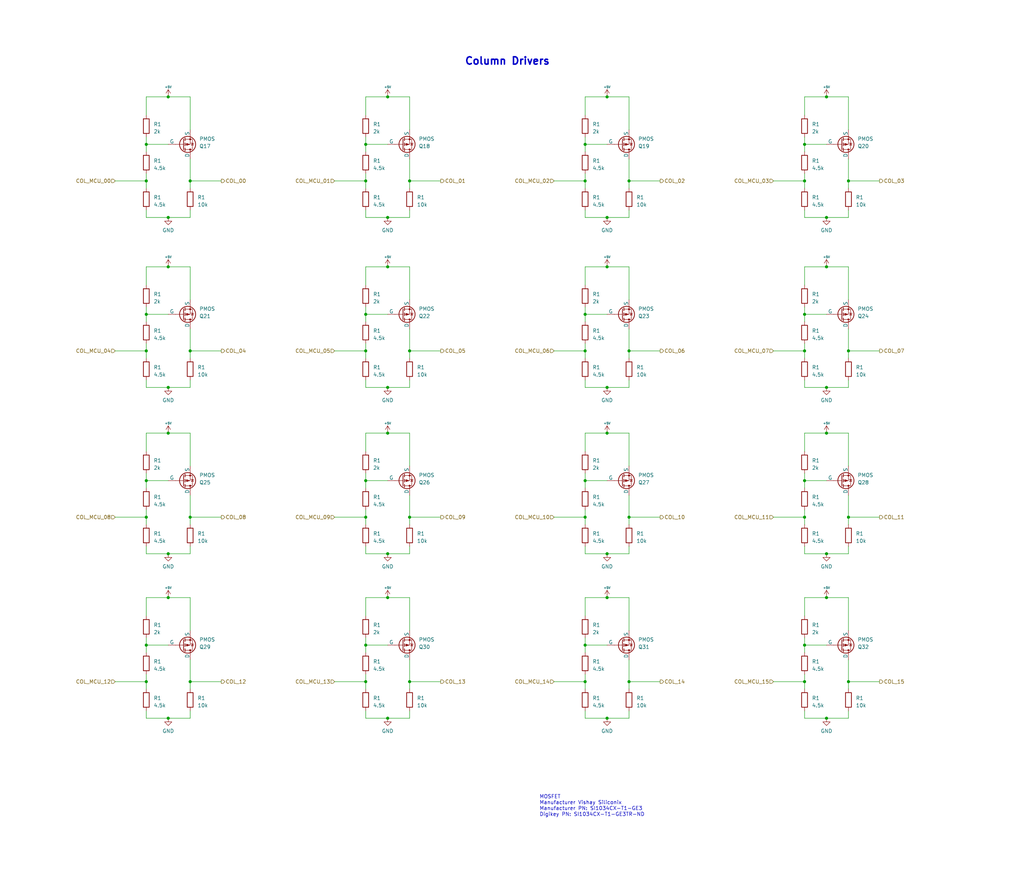
<source format=kicad_sch>
(kicad_sch (version 20250114) (generator "eeschema") (generator_version "9.0")
  (paper "User" 355.6 304.8)
  (text "MOSFET\nManufacturer Vishay Siliconix\nManufacturer PN: SI1034CX-T1-GE3\nDigikey PN: SI1034CX-T1-GE3TR-ND\n" (at 187.325 283.845 0) (effects (font (size 1.27 1.27)) (justify left bottom)))
  (text "Column Drivers" (at 161.29 22.86 0) (effects (font (size 2.54 2.54) (thickness 0.508) (bold yes)) (justify left bottom)))
  (junction (at 203.2 50.165))
  (junction (at 134.62 207.645))
  (junction (at 127 62.865))
  (junction (at 203.2 179.705))
  (junction (at 203.2 224.155))
  (junction (at 287.02 75.565))
  (junction (at 50.8 224.155))
  (junction (at 203.2 236.855))
  (junction (at 279.4 121.92))
  (junction (at 210.82 75.565))
  (junction (at 279.4 109.22))
  (junction (at 58.42 150.495))
  (junction (at 66.04 121.92))
  (junction (at 287.02 134.62))
  (junction (at 279.4 236.855))
  (junction (at 218.44 121.92))
  (junction (at 134.62 134.62))
  (junction (at 294.64 236.855))
  (junction (at 287.02 150.495))
  (junction (at 142.24 236.855))
  (junction (at 203.2 167.005))
  (junction (at 279.4 167.005))
  (junction (at 210.82 192.405))
  (junction (at 58.42 207.645))
  (junction (at 66.04 236.855))
  (junction (at 287.02 192.405))
  (junction (at 50.8 121.92))
  (junction (at 218.44 236.855))
  (junction (at 127 50.165))
  (junction (at 294.64 62.865))
  (junction (at 50.8 236.855))
  (junction (at 142.24 121.92))
  (junction (at 279.4 62.865))
  (junction (at 142.24 179.705))
  (junction (at 134.62 33.655))
  (junction (at 287.02 33.655))
  (junction (at 58.42 92.71))
  (junction (at 127 224.155))
  (junction (at 210.82 92.71))
  (junction (at 58.42 192.405))
  (junction (at 279.4 179.705))
  (junction (at 210.82 207.645))
  (junction (at 134.62 192.405))
  (junction (at 287.02 92.71))
  (junction (at 210.82 33.655))
  (junction (at 127 167.005))
  (junction (at 58.42 33.655))
  (junction (at 50.8 167.005))
  (junction (at 127 179.705))
  (junction (at 294.64 121.92))
  (junction (at 58.42 134.62))
  (junction (at 287.02 249.555))
  (junction (at 210.82 150.495))
  (junction (at 50.8 109.22))
  (junction (at 50.8 179.705))
  (junction (at 58.42 249.555))
  (junction (at 134.62 249.555))
  (junction (at 134.62 75.565))
  (junction (at 210.82 249.555))
  (junction (at 203.2 109.22))
  (junction (at 279.4 224.155))
  (junction (at 66.04 62.865))
  (junction (at 50.8 50.165))
  (junction (at 218.44 62.865))
  (junction (at 134.62 92.71))
  (junction (at 210.82 134.62))
  (junction (at 203.2 121.92))
  (junction (at 203.2 62.865))
  (junction (at 287.02 207.645))
  (junction (at 294.64 179.705))
  (junction (at 66.04 179.705))
  (junction (at 50.8 62.865))
  (junction (at 218.44 179.705))
  (junction (at 134.62 150.495))
  (junction (at 127 121.92))
  (junction (at 127 236.855))
  (junction (at 279.4 50.165))
  (junction (at 142.24 62.865))
  (junction (at 127 109.22))
  (junction (at 58.42 75.565))
  (wire (pts (xy 50.8 150.495) (xy 58.42 150.495)))
  (wire (pts (xy 218.44 192.405) (xy 218.44 189.865)))
  (wire (pts (xy 50.8 50.165) (xy 58.42 50.165)))
  (wire (pts (xy 66.04 179.705) (xy 76.835 179.705)))
  (wire (pts (xy 203.2 236.855) (xy 203.2 239.395)))
  (wire (pts (xy 142.24 121.92) (xy 153.035 121.92)))
  (wire (pts (xy 116.205 236.855) (xy 127 236.855)))
  (wire (pts (xy 50.8 134.62) (xy 58.42 134.62)))
  (wire (pts (xy 203.2 119.38) (xy 203.2 121.92)))
  (wire (pts (xy 218.44 121.92) (xy 229.235 121.92)))
  (wire (pts (xy 142.24 62.865) (xy 153.035 62.865)))
  (wire (pts (xy 203.2 189.865) (xy 203.2 192.405)))
  (wire (pts (xy 50.8 106.68) (xy 50.8 109.22)))
  (wire (pts (xy 294.64 121.92) (xy 294.64 124.46)))
  (wire (pts (xy 294.64 92.71) (xy 294.64 104.14)))
  (wire (pts (xy 279.4 207.645) (xy 287.02 207.645)))
  (wire (pts (xy 127 207.645) (xy 134.62 207.645)))
  (wire (pts (xy 268.605 179.705) (xy 279.4 179.705)))
  (wire (pts (xy 127 224.155) (xy 127 226.695)))
  (wire (pts (xy 50.8 247.015) (xy 50.8 249.555)))
  (wire (pts (xy 50.8 249.555) (xy 58.42 249.555)))
  (wire (pts (xy 218.44 179.705) (xy 218.44 182.245)))
  (wire (pts (xy 294.64 75.565) (xy 294.64 73.025)))
  (wire (pts (xy 134.62 33.655) (xy 142.24 33.655)))
  (wire (pts (xy 127 60.325) (xy 127 62.865)))
  (wire (pts (xy 218.44 172.085) (xy 218.44 179.705)))
  (wire (pts (xy 127 192.405) (xy 134.62 192.405)))
  (wire (pts (xy 127 167.005) (xy 127 169.545)))
  (wire (pts (xy 287.02 249.555) (xy 294.64 249.555)))
  (wire (pts (xy 50.8 99.06) (xy 50.8 92.71)))
  (wire (pts (xy 50.8 221.615) (xy 50.8 224.155)))
  (wire (pts (xy 279.4 62.865) (xy 279.4 65.405)))
  (wire (pts (xy 142.24 62.865) (xy 142.24 65.405)))
  (wire (pts (xy 279.4 189.865) (xy 279.4 192.405)))
  (wire (pts (xy 268.605 236.855) (xy 279.4 236.855)))
  (wire (pts (xy 218.44 150.495) (xy 218.44 161.925)))
  (wire (pts (xy 66.04 229.235) (xy 66.04 236.855)))
  (wire (pts (xy 50.8 207.645) (xy 58.42 207.645)))
  (wire (pts (xy 294.64 236.855) (xy 305.435 236.855)))
  (wire (pts (xy 203.2 75.565) (xy 210.82 75.565)))
  (wire (pts (xy 203.2 106.68) (xy 203.2 109.22)))
  (wire (pts (xy 66.04 33.655) (xy 66.04 45.085)))
  (wire (pts (xy 203.2 73.025) (xy 203.2 75.565)))
  (wire (pts (xy 50.8 75.565) (xy 58.42 75.565)))
  (wire (pts (xy 66.04 207.645) (xy 66.04 219.075)))
  (wire (pts (xy 50.8 213.995) (xy 50.8 207.645)))
  (wire (pts (xy 127 177.165) (xy 127 179.705)))
  (wire (pts (xy 279.4 121.92) (xy 279.4 124.46)))
  (wire (pts (xy 66.04 236.855) (xy 76.835 236.855)))
  (wire (pts (xy 279.4 150.495) (xy 287.02 150.495)))
  (wire (pts (xy 210.82 33.655) (xy 218.44 33.655)))
  (wire (pts (xy 66.04 236.855) (xy 66.04 239.395)))
  (wire (pts (xy 58.42 249.555) (xy 66.04 249.555)))
  (wire (pts (xy 192.405 121.92) (xy 203.2 121.92)))
  (wire (pts (xy 58.42 150.495) (xy 66.04 150.495)))
  (wire (pts (xy 127 50.165) (xy 134.62 50.165)))
  (wire (pts (xy 50.8 179.705) (xy 50.8 182.245)))
  (wire (pts (xy 66.04 92.71) (xy 66.04 104.14)))
  (wire (pts (xy 268.605 121.92) (xy 279.4 121.92)))
  (wire (pts (xy 279.4 177.165) (xy 279.4 179.705)))
  (wire (pts (xy 218.44 55.245) (xy 218.44 62.865)))
  (wire (pts (xy 218.44 114.3) (xy 218.44 121.92)))
  (wire (pts (xy 279.4 109.22) (xy 287.02 109.22)))
  (wire (pts (xy 142.24 179.705) (xy 142.24 182.245)))
  (wire (pts (xy 218.44 92.71) (xy 218.44 104.14)))
  (wire (pts (xy 294.64 114.3) (xy 294.64 121.92)))
  (wire (pts (xy 142.24 236.855) (xy 153.035 236.855)))
  (wire (pts (xy 203.2 207.645) (xy 210.82 207.645)))
  (wire (pts (xy 50.8 119.38) (xy 50.8 121.92)))
  (wire (pts (xy 287.02 33.655) (xy 294.64 33.655)))
  (wire (pts (xy 58.42 134.62) (xy 66.04 134.62)))
  (wire (pts (xy 294.64 179.705) (xy 305.435 179.705)))
  (wire (pts (xy 134.62 150.495) (xy 142.24 150.495)))
  (wire (pts (xy 210.82 249.555) (xy 218.44 249.555)))
  (wire (pts (xy 40.005 179.705) (xy 50.8 179.705)))
  (wire (pts (xy 50.8 50.165) (xy 50.8 52.705)))
  (wire (pts (xy 142.24 121.92) (xy 142.24 124.46)))
  (wire (pts (xy 58.42 192.405) (xy 66.04 192.405)))
  (wire (pts (xy 50.8 156.845) (xy 50.8 150.495)))
  (wire (pts (xy 218.44 62.865) (xy 229.235 62.865)))
  (wire (pts (xy 142.24 134.62) (xy 142.24 132.08)))
  (wire (pts (xy 127 75.565) (xy 134.62 75.565)))
  (wire (pts (xy 50.8 189.865) (xy 50.8 192.405)))
  (wire (pts (xy 279.4 60.325) (xy 279.4 62.865)))
  (wire (pts (xy 279.4 213.995) (xy 279.4 207.645)))
  (wire (pts (xy 66.04 172.085) (xy 66.04 179.705)))
  (wire (pts (xy 58.42 92.71) (xy 66.04 92.71)))
  (wire (pts (xy 279.4 236.855) (xy 279.4 239.395)))
  (wire (pts (xy 50.8 224.155) (xy 58.42 224.155)))
  (wire (pts (xy 142.24 179.705) (xy 153.035 179.705)))
  (wire (pts (xy 50.8 73.025) (xy 50.8 75.565)))
  (wire (pts (xy 279.4 132.08) (xy 279.4 134.62)))
  (wire (pts (xy 203.2 167.005) (xy 203.2 169.545)))
  (wire (pts (xy 203.2 221.615) (xy 203.2 224.155)))
  (wire (pts (xy 294.64 62.865) (xy 294.64 65.405)))
  (wire (pts (xy 203.2 60.325) (xy 203.2 62.865)))
  (wire (pts (xy 268.605 62.865) (xy 279.4 62.865)))
  (wire (pts (xy 127 224.155) (xy 134.62 224.155)))
  (wire (pts (xy 58.42 207.645) (xy 66.04 207.645)))
  (wire (pts (xy 127 167.005) (xy 134.62 167.005)))
  (wire (pts (xy 127 247.015) (xy 127 249.555)))
  (wire (pts (xy 127 164.465) (xy 127 167.005)))
  (wire (pts (xy 50.8 177.165) (xy 50.8 179.705)))
  (wire (pts (xy 279.4 40.005) (xy 279.4 33.655)))
  (wire (pts (xy 203.2 177.165) (xy 203.2 179.705)))
  (wire (pts (xy 40.005 62.865) (xy 50.8 62.865)))
  (wire (pts (xy 127 119.38) (xy 127 121.92)))
  (wire (pts (xy 127 134.62) (xy 134.62 134.62)))
  (wire (pts (xy 210.82 134.62) (xy 218.44 134.62)))
  (wire (pts (xy 279.4 224.155) (xy 279.4 226.695)))
  (wire (pts (xy 203.2 224.155) (xy 203.2 226.695)))
  (wire (pts (xy 203.2 92.71) (xy 210.82 92.71)))
  (wire (pts (xy 203.2 50.165) (xy 203.2 52.705)))
  (wire (pts (xy 279.4 224.155) (xy 287.02 224.155)))
  (wire (pts (xy 66.04 134.62) (xy 66.04 132.08)))
  (wire (pts (xy 142.24 229.235) (xy 142.24 236.855)))
  (wire (pts (xy 66.04 192.405) (xy 66.04 189.865)))
  (wire (pts (xy 294.64 121.92) (xy 305.435 121.92)))
  (wire (pts (xy 294.64 55.245) (xy 294.64 62.865)))
  (wire (pts (xy 50.8 167.005) (xy 50.8 169.545)))
  (wire (pts (xy 287.02 92.71) (xy 294.64 92.71)))
  (wire (pts (xy 66.04 150.495) (xy 66.04 161.925)))
  (wire (pts (xy 58.42 75.565) (xy 66.04 75.565)))
  (wire (pts (xy 218.44 236.855) (xy 218.44 239.395)))
  (wire (pts (xy 127 189.865) (xy 127 192.405)))
  (wire (pts (xy 50.8 236.855) (xy 50.8 239.395)))
  (wire (pts (xy 58.42 33.655) (xy 66.04 33.655)))
  (wire (pts (xy 218.44 179.705) (xy 229.235 179.705)))
  (wire (pts (xy 203.2 179.705) (xy 203.2 182.245)))
  (wire (pts (xy 50.8 40.005) (xy 50.8 33.655)))
  (wire (pts (xy 294.64 172.085) (xy 294.64 179.705)))
  (wire (pts (xy 50.8 33.655) (xy 58.42 33.655)))
  (wire (pts (xy 203.2 247.015) (xy 203.2 249.555)))
  (wire (pts (xy 203.2 121.92) (xy 203.2 124.46)))
  (wire (pts (xy 294.64 207.645) (xy 294.64 219.075)))
  (wire (pts (xy 127 150.495) (xy 134.62 150.495)))
  (wire (pts (xy 203.2 249.555) (xy 210.82 249.555)))
  (wire (pts (xy 50.8 47.625) (xy 50.8 50.165)))
  (wire (pts (xy 127 40.005) (xy 127 33.655)))
  (wire (pts (xy 279.4 249.555) (xy 287.02 249.555)))
  (wire (pts (xy 210.82 150.495) (xy 218.44 150.495)))
  (wire (pts (xy 66.04 75.565) (xy 66.04 73.025)))
  (wire (pts (xy 127 73.025) (xy 127 75.565)))
  (wire (pts (xy 279.4 47.625) (xy 279.4 50.165)))
  (wire (pts (xy 287.02 192.405) (xy 294.64 192.405)))
  (wire (pts (xy 134.62 134.62) (xy 142.24 134.62)))
  (wire (pts (xy 203.2 167.005) (xy 210.82 167.005)))
  (wire (pts (xy 134.62 249.555) (xy 142.24 249.555)))
  (wire (pts (xy 279.4 156.845) (xy 279.4 150.495)))
  (wire (pts (xy 203.2 47.625) (xy 203.2 50.165)))
  (wire (pts (xy 127 33.655) (xy 134.62 33.655)))
  (wire (pts (xy 203.2 213.995) (xy 203.2 207.645)))
  (wire (pts (xy 142.24 249.555) (xy 142.24 247.015)))
  (wire (pts (xy 127 92.71) (xy 134.62 92.71)))
  (wire (pts (xy 127 47.625) (xy 127 50.165)))
  (wire (pts (xy 218.44 236.855) (xy 229.235 236.855)))
  (wire (pts (xy 287.02 150.495) (xy 294.64 150.495)))
  (wire (pts (xy 218.44 249.555) (xy 218.44 247.015)))
  (wire (pts (xy 287.02 207.645) (xy 294.64 207.645)))
  (wire (pts (xy 127 50.165) (xy 127 52.705)))
  (wire (pts (xy 279.4 247.015) (xy 279.4 249.555)))
  (wire (pts (xy 203.2 134.62) (xy 210.82 134.62)))
  (wire (pts (xy 210.82 75.565) (xy 218.44 75.565)))
  (wire (pts (xy 66.04 121.92) (xy 76.835 121.92)))
  (wire (pts (xy 294.64 229.235) (xy 294.64 236.855)))
  (wire (pts (xy 203.2 62.865) (xy 203.2 65.405)))
  (wire (pts (xy 279.4 234.315) (xy 279.4 236.855)))
  (wire (pts (xy 210.82 92.71) (xy 218.44 92.71)))
  (wire (pts (xy 203.2 164.465) (xy 203.2 167.005)))
  (wire (pts (xy 50.8 167.005) (xy 58.42 167.005)))
  (wire (pts (xy 40.005 121.92) (xy 50.8 121.92)))
  (wire (pts (xy 279.4 75.565) (xy 287.02 75.565)))
  (wire (pts (xy 279.4 50.165) (xy 287.02 50.165)))
  (wire (pts (xy 279.4 134.62) (xy 287.02 134.62)))
  (wire (pts (xy 116.205 62.865) (xy 127 62.865)))
  (wire (pts (xy 294.64 150.495) (xy 294.64 161.925)))
  (wire (pts (xy 218.44 134.62) (xy 218.44 132.08)))
  (wire (pts (xy 142.24 92.71) (xy 142.24 104.14)))
  (wire (pts (xy 192.405 179.705) (xy 203.2 179.705)))
  (wire (pts (xy 142.24 114.3) (xy 142.24 121.92)))
  (wire (pts (xy 66.04 249.555) (xy 66.04 247.015)))
  (wire (pts (xy 134.62 75.565) (xy 142.24 75.565)))
  (wire (pts (xy 279.4 50.165) (xy 279.4 52.705)))
  (wire (pts (xy 116.205 121.92) (xy 127 121.92)))
  (wire (pts (xy 127 62.865) (xy 127 65.405)))
  (wire (pts (xy 127 99.06) (xy 127 92.71)))
  (wire (pts (xy 142.24 207.645) (xy 142.24 219.075)))
  (wire (pts (xy 203.2 109.22) (xy 210.82 109.22)))
  (wire (pts (xy 203.2 156.845) (xy 203.2 150.495)))
  (wire (pts (xy 203.2 40.005) (xy 203.2 33.655)))
  (wire (pts (xy 50.8 132.08) (xy 50.8 134.62)))
  (wire (pts (xy 127 179.705) (xy 127 182.245)))
  (wire (pts (xy 294.64 179.705) (xy 294.64 182.245)))
  (wire (pts (xy 279.4 179.705) (xy 279.4 182.245)))
  (wire (pts (xy 203.2 224.155) (xy 210.82 224.155)))
  (wire (pts (xy 142.24 33.655) (xy 142.24 45.085)))
  (wire (pts (xy 279.4 99.06) (xy 279.4 92.71)))
  (wire (pts (xy 279.4 164.465) (xy 279.4 167.005)))
  (wire (pts (xy 279.4 73.025) (xy 279.4 75.565)))
  (wire (pts (xy 134.62 207.645) (xy 142.24 207.645)))
  (wire (pts (xy 127 221.615) (xy 127 224.155)))
  (wire (pts (xy 279.4 109.22) (xy 279.4 111.76)))
  (wire (pts (xy 279.4 92.71) (xy 287.02 92.71)))
  (wire (pts (xy 279.4 221.615) (xy 279.4 224.155)))
  (wire (pts (xy 294.64 192.405) (xy 294.64 189.865)))
  (wire (pts (xy 203.2 234.315) (xy 203.2 236.855)))
  (wire (pts (xy 203.2 109.22) (xy 203.2 111.76)))
  (wire (pts (xy 50.8 92.71) (xy 58.42 92.71)))
  (wire (pts (xy 127 236.855) (xy 127 239.395)))
  (wire (pts (xy 287.02 134.62) (xy 294.64 134.62)))
  (wire (pts (xy 134.62 92.71) (xy 142.24 92.71)))
  (wire (pts (xy 50.8 109.22) (xy 58.42 109.22)))
  (wire (pts (xy 127 234.315) (xy 127 236.855)))
  (wire (pts (xy 127 109.22) (xy 127 111.76)))
  (wire (pts (xy 294.64 249.555) (xy 294.64 247.015)))
  (wire (pts (xy 66.04 62.865) (xy 66.04 65.405)))
  (wire (pts (xy 279.4 106.68) (xy 279.4 109.22)))
  (wire (pts (xy 287.02 75.565) (xy 294.64 75.565)))
  (wire (pts (xy 279.4 167.005) (xy 279.4 169.545)))
  (wire (pts (xy 203.2 99.06) (xy 203.2 92.71)))
  (wire (pts (xy 192.405 236.855) (xy 203.2 236.855)))
  (wire (pts (xy 294.64 62.865) (xy 305.435 62.865)))
  (wire (pts (xy 50.8 60.325) (xy 50.8 62.865)))
  (wire (pts (xy 50.8 121.92) (xy 50.8 124.46)))
  (wire (pts (xy 66.04 179.705) (xy 66.04 182.245)))
  (wire (pts (xy 134.62 192.405) (xy 142.24 192.405)))
  (wire (pts (xy 142.24 192.405) (xy 142.24 189.865)))
  (wire (pts (xy 218.44 207.645) (xy 218.44 219.075)))
  (wire (pts (xy 66.04 55.245) (xy 66.04 62.865)))
  (wire (pts (xy 127 132.08) (xy 127 134.62)))
  (wire (pts (xy 294.64 134.62) (xy 294.64 132.08)))
  (wire (pts (xy 142.24 172.085) (xy 142.24 179.705)))
  (wire (pts (xy 192.405 62.865) (xy 203.2 62.865)))
  (wire (pts (xy 50.8 192.405) (xy 58.42 192.405)))
  (wire (pts (xy 127 249.555) (xy 134.62 249.555)))
  (wire (pts (xy 50.8 109.22) (xy 50.8 111.76)))
  (wire (pts (xy 279.4 33.655) (xy 287.02 33.655)))
  (wire (pts (xy 294.64 236.855) (xy 294.64 239.395)))
  (wire (pts (xy 142.24 236.855) (xy 142.24 239.395)))
  (wire (pts (xy 203.2 192.405) (xy 210.82 192.405)))
  (wire (pts (xy 218.44 121.92) (xy 218.44 124.46)))
  (wire (pts (xy 218.44 62.865) (xy 218.44 65.405)))
  (wire (pts (xy 142.24 150.495) (xy 142.24 161.925)))
  (wire (pts (xy 40.005 236.855) (xy 50.8 236.855)))
  (wire (pts (xy 210.82 207.645) (xy 218.44 207.645)))
  (wire (pts (xy 203.2 33.655) (xy 210.82 33.655)))
  (wire (pts (xy 50.8 234.315) (xy 50.8 236.855)))
  (wire (pts (xy 294.64 33.655) (xy 294.64 45.085)))
  (wire (pts (xy 142.24 75.565) (xy 142.24 73.025)))
  (wire (pts (xy 279.4 167.005) (xy 287.02 167.005)))
  (wire (pts (xy 127 121.92) (xy 127 124.46)))
  (wire (pts (xy 50.8 224.155) (xy 50.8 226.695)))
  (wire (pts (xy 210.82 192.405) (xy 218.44 192.405)))
  (wire (pts (xy 66.04 114.3) (xy 66.04 121.92)))
  (wire (pts (xy 127 109.22) (xy 134.62 109.22)))
  (wire (pts (xy 218.44 33.655) (xy 218.44 45.085)))
  (wire (pts (xy 279.4 119.38) (xy 279.4 121.92)))
  (wire (pts (xy 116.205 179.705) (xy 127 179.705)))
  (wire (pts (xy 50.8 62.865) (xy 50.8 65.405)))
  (wire (pts (xy 279.4 192.405) (xy 287.02 192.405)))
  (wire (pts (xy 142.24 55.245) (xy 142.24 62.865)))
  (wire (pts (xy 127 213.995) (xy 127 207.645)))
  (wire (pts (xy 203.2 132.08) (xy 203.2 134.62)))
  (wire (pts (xy 66.04 62.865) (xy 76.835 62.865)))
  (wire (pts (xy 218.44 229.235) (xy 218.44 236.855)))
  (wire (pts (xy 50.8 164.465) (xy 50.8 167.005)))
  (wire (pts (xy 127 106.68) (xy 127 109.22)))
  (wire (pts (xy 218.44 75.565) (xy 218.44 73.025)))
  (wire (pts (xy 203.2 50.165) (xy 210.82 50.165)))
  (wire (pts (xy 66.04 121.92) (xy 66.04 124.46)))
  (wire (pts (xy 127 156.845) (xy 127 150.495)))
  (wire (pts (xy 203.2 150.495) (xy 210.82 150.495)))
  (hierarchical_label "COL_15" (shape output) (at 305.435 236.855 0))
  (hierarchical_label "COL_MCU_12" (shape input) (at 40.005 236.855 180))
  (hierarchical_label "COL_MCU_15" (shape input) (at 268.605 236.855 180))
  (hierarchical_label "COL_12" (shape output) (at 76.835 236.855 0))
  (hierarchical_label "COL_02" (shape output) (at 229.235 62.865 0))
  (hierarchical_label "COL_MCU_00" (shape input) (at 40.005 62.865 180))
  (hierarchical_label "COL_04" (shape output) (at 76.835 121.92 0))
  (hierarchical_label "COL_03" (shape output) (at 305.435 62.865 0))
  (hierarchical_label "COL_MCU_13" (shape input) (at 116.205 236.855 180))
  (hierarchical_label "COL_06" (shape output) (at 229.235 121.92 0))
  (hierarchical_label "COL_09" (shape output) (at 153.035 179.705 0))
  (hierarchical_label "COL_07" (shape output) (at 305.435 121.92 0))
  (hierarchical_label "COL_MCU_03" (shape input) (at 268.605 62.865 180))
  (hierarchical_label "COL_MCU_10" (shape input) (at 192.405 179.705 180))
  (hierarchical_label "COL_MCU_11" (shape input) (at 268.605 179.705 180))
  (hierarchical_label "COL_MCU_05" (shape input) (at 116.205 121.92 180))
  (hierarchical_label "COL_MCU_04" (shape input) (at 40.005 121.92 180))
  (hierarchical_label "COL_14" (shape output) (at 229.235 236.855 0))
  (hierarchical_label "COL_00" (shape output) (at 76.835 62.865 0))
  (hierarchical_label "COL_MCU_06" (shape input) (at 192.405 121.92 180))
  (hierarchical_label "COL_MCU_09" (shape input) (at 116.205 179.705 180))
  (hierarchical_label "COL_MCU_01" (shape input) (at 116.205 62.865 180))
  (hierarchical_label "COL_01" (shape output) (at 153.035 62.865 0))
  (hierarchical_label "COL_MCU_14" (shape input) (at 192.405 236.855 180))
  (hierarchical_label "COL_13" (shape output) (at 153.035 236.855 0))
  (hierarchical_label "COL_MCU_08" (shape input) (at 40.005 179.705 180))
  (hierarchical_label "COL_08" (shape output) (at 76.835 179.705 0))
  (hierarchical_label "COL_MCU_07" (shape input) (at 268.605 121.92 180))
  (hierarchical_label "COL_10" (shape output) (at 229.235 179.705 0))
  (hierarchical_label "COL_05" (shape output) (at 153.035 121.92 0))
  (hierarchical_label "COL_11" (shape output) (at 305.435 179.705 0))
  (hierarchical_label "COL_MCU_02" (shape input) (at 192.405 62.865 180))
  (symbol (lib_id "Device:R") (at 203.2 56.515 0) (unit 1)
    (property "Reference" "R7" (at 205.74 55.88 0) (effects (justify left)))
    (property "Value" "4.5k" (at 205.74 58.42 0) (effects (justify left)))
    (property "Footprint" "panel_custom:R_0201_0603Metric" (effects (hide yes)))
    (instances (project "panel" (path "" (reference "R1") (unit 1)) (path "" (reference "R7") (unit 1))))
  )
  (symbol (lib_id "Device:R") (at 142.24 186.055 0) (unit 1)
    (property "Reference" "R81" (at 144.78 185.42 0) (effects (justify left)))
    (property "Value" "10k" (at 144.78 187.96 0) (effects (justify left)))
    (property "Footprint" "panel_custom:R_0201_0603Metric" (effects (hide yes)))
    (instances (project "panel" (path "" (reference "R1") (unit 1)) (path "" (reference "R81") (unit 1))))
  )
  (symbol (lib_id "power:GND") (at 134.62 134.62 0) (unit 1)
    (property "Reference" "#PWR096" (effects (hide yes)))
    (property "Value" "GND" (at 134.62 139.065 0))
  )
  (symbol (lib_id "Device:R") (at 50.8 115.57 0) (unit 1)
    (property "Reference" "R21" (at 53.34 114.935 0) (effects (justify left)))
    (property "Value" "4.5k" (at 53.34 117.475 0) (effects (justify left)))
    (property "Footprint" "panel_custom:R_0201_0603Metric" (effects (hide yes)))
    (instances (project "panel" (path "" (reference "R1") (unit 1)) (path "" (reference "R21") (unit 1))))
  )
  (symbol (lib_id "Device:R") (at 127 160.655 0) (unit 1)
    (property "Reference" "R71" (at 129.54 160.02 0) (effects (justify left)))
    (property "Value" "2k" (at 129.54 162.56 0) (effects (justify left)))
    (property "Footprint" "panel_custom:R_0201_0603Metric" (effects (hide yes)))
    (instances (project "panel" (path "" (reference "R1") (unit 1)) (path "" (reference "R71") (unit 1))))
  )
  (symbol (lib_id "Simulation_SPICE:PMOS") (at 139.7 109.22 0) (mirror x) (unit 1)
    (property "Reference" "Q22" (at 145.415 109.855 0) (effects (justify left)))
    (property "Value" "PMOS" (at 145.415 107.315 0) (effects (justify left)))
    (property "Datasheet" "https://ngspice.sourceforge.io/docs/ngspice-manual.pdf" (effects (hide yes)))
    (property "Sim.Device" "PMOS" (effects (hide yes)))
    (property "Sim.Type" "VDMOS" (effects (hide yes)))
    (property "Sim.Pins" "1=D 2=G 3=S" (effects (hide yes)))
  )
  (symbol (lib_id "power:+5V") (at 58.42 207.645 0) (unit 1)
    (property "Reference" "#PWR013" (effects (hide yes)))
    (property "Value" "+5V" (at 58.42 204.216 0) (effects (font (size 0.762 0.762))))
    (instances (project "panel" (path "" (reference "#PWR01") (unit 1)) (path "" (reference "#PWR013") (unit 1))))
  )
  (symbol (lib_id "Device:R") (at 294.64 128.27 0) (unit 1)
    (property "Reference" "R32" (at 297.18 127.635 0) (effects (justify left)))
    (property "Value" "10k" (at 297.18 130.175 0) (effects (justify left)))
    (property "Footprint" "panel_custom:R_0201_0603Metric" (effects (hide yes)))
    (instances (project "panel" (path "" (reference "R1") (unit 1)) (path "" (reference "R32") (unit 1))))
  )
  (symbol (lib_id "Device:R") (at 142.24 69.215 0) (unit 1)
    (property "Reference" "R12" (at 144.78 68.58 0) (effects (justify left)))
    (property "Value" "10k" (at 144.78 71.12 0) (effects (justify left)))
    (property "Footprint" "panel_custom:R_0201_0603Metric" (effects (hide yes)))
    (instances (project "panel" (path "" (reference "R1") (unit 1)) (path "" (reference "R12") (unit 1))))
  )
  (symbol (lib_id "Device:R") (at 50.8 217.805 0) (unit 1)
    (property "Reference" "R86" (at 53.34 217.17 0) (effects (justify left)))
    (property "Value" "2k" (at 53.34 219.71 0) (effects (justify left)))
    (property "Footprint" "panel_custom:R_0201_0603Metric" (effects (hide yes)))
    (instances (project "panel" (path "" (reference "R1") (unit 1)) (path "" (reference "R86") (unit 1))))
  )
  (symbol (lib_id "Simulation_SPICE:PMOS") (at 63.5 224.155 0) (mirror x) (unit 1)
    (property "Reference" "Q29" (at 69.215 224.79 0) (effects (justify left)))
    (property "Value" "PMOS" (at 69.215 222.25 0) (effects (justify left)))
    (property "Datasheet" "https://ngspice.sourceforge.io/docs/ngspice-manual.pdf" (effects (hide yes)))
    (property "Sim.Device" "PMOS" (effects (hide yes)))
    (property "Sim.Type" "VDMOS" (effects (hide yes)))
    (property "Sim.Pins" "1=D 2=G 3=S" (effects (hide yes)))
  )
  (symbol (lib_id "Device:R") (at 279.4 217.805 0) (unit 1)
    (property "Reference" "R89" (at 281.94 217.17 0) (effects (justify left)))
    (property "Value" "2k" (at 281.94 219.71 0) (effects (justify left)))
    (property "Footprint" "panel_custom:R_0201_0603Metric" (effects (hide yes)))
    (instances (project "panel" (path "" (reference "R1") (unit 1)) (path "" (reference "R89") (unit 1))))
  )
  (symbol (lib_id "power:+5V") (at 210.82 33.655 0) (unit 1)
    (property "Reference" "#PWR03" (effects (hide yes)))
    (property "Value" "+5V" (at 210.82 30.226 0) (effects (font (size 0.762 0.762))))
    (instances (project "panel" (path "" (reference "#PWR01") (unit 1)) (path "" (reference "#PWR03") (unit 1))))
  )
  (symbol (lib_id "power:GND") (at 210.82 134.62 0) (unit 1)
    (property "Reference" "#PWR097" (effects (hide yes)))
    (property "Value" "GND" (at 210.82 139.065 0))
  )
  (symbol (lib_id "Device:R") (at 218.44 243.205 0) (unit 1)
    (property "Reference" "R99" (at 220.98 242.57 0) (effects (justify left)))
    (property "Value" "10k" (at 220.98 245.11 0) (effects (justify left)))
    (property "Footprint" "panel_custom:R_0201_0603Metric" (effects (hide yes)))
    (instances (project "panel" (path "" (reference "R1") (unit 1)) (path "" (reference "R99") (unit 1))))
  )
  (symbol (lib_id "power:GND") (at 287.02 192.405 0) (unit 1)
    (property "Reference" "#PWR0102" (effects (hide yes)))
    (property "Value" "GND" (at 287.02 196.85 0))
  )
  (symbol (lib_id "Device:R") (at 127 102.87 0) (unit 1)
    (property "Reference" "R18" (at 129.54 102.235 0) (effects (justify left)))
    (property "Value" "2k" (at 129.54 104.775 0) (effects (justify left)))
    (property "Footprint" "panel_custom:R_0201_0603Metric" (effects (hide yes)))
    (instances (project "panel" (path "" (reference "R1") (unit 1)) (path "" (reference "R18") (unit 1))))
  )
  (symbol (lib_id "Device:R") (at 203.2 102.87 0) (unit 1)
    (property "Reference" "R19" (at 205.74 102.235 0) (effects (justify left)))
    (property "Value" "2k" (at 205.74 104.775 0) (effects (justify left)))
    (property "Footprint" "panel_custom:R_0201_0603Metric" (effects (hide yes)))
    (instances (project "panel" (path "" (reference "R1") (unit 1)) (path "" (reference "R19") (unit 1))))
  )
  (symbol (lib_id "Device:R") (at 127 173.355 0) (unit 1)
    (property "Reference" "R75" (at 129.54 172.72 0) (effects (justify left)))
    (property "Value" "4.5k" (at 129.54 175.26 0) (effects (justify left)))
    (property "Footprint" "panel_custom:R_0201_0603Metric" (effects (hide yes)))
    (instances (project "panel" (path "" (reference "R1") (unit 1)) (path "" (reference "R75") (unit 1))))
  )
  (symbol (lib_id "Device:R") (at 50.8 69.215 0) (unit 1)
    (property "Reference" "R9" (at 53.34 68.58 0) (effects (justify left)))
    (property "Value" "4.5k" (at 53.34 71.12 0) (effects (justify left)))
    (property "Footprint" "panel_custom:R_0201_0603Metric" (effects (hide yes)))
    (instances (project "panel" (path "" (reference "R1") (unit 1)) (path "" (reference "R9") (unit 1))))
  )
  (symbol (lib_id "Device:R") (at 50.8 186.055 0) (unit 1)
    (property "Reference" "R78" (at 53.34 185.42 0) (effects (justify left)))
    (property "Value" "4.5k" (at 53.34 187.96 0) (effects (justify left)))
    (property "Footprint" "panel_custom:R_0201_0603Metric" (effects (hide yes)))
    (instances (project "panel" (path "" (reference "R1") (unit 1)) (path "" (reference "R78") (unit 1))))
  )
  (symbol (lib_id "Device:R") (at 50.8 102.87 0) (unit 1)
    (property "Reference" "R17" (at 53.34 102.235 0) (effects (justify left)))
    (property "Value" "2k" (at 53.34 104.775 0) (effects (justify left)))
    (property "Footprint" "panel_custom:R_0201_0603Metric" (effects (hide yes)))
    (instances (project "panel" (path "" (reference "R1") (unit 1)) (path "" (reference "R17") (unit 1))))
  )
  (symbol (lib_id "Device:R") (at 203.2 115.57 0) (unit 1)
    (property "Reference" "R23" (at 205.74 114.935 0) (effects (justify left)))
    (property "Value" "4.5k" (at 205.74 117.475 0) (effects (justify left)))
    (property "Footprint" "panel_custom:R_0201_0603Metric" (effects (hide yes)))
    (instances (project "panel" (path "" (reference "R1") (unit 1)) (path "" (reference "R23") (unit 1))))
  )
  (symbol (lib_id "power:GND") (at 210.82 249.555 0) (unit 1)
    (property "Reference" "#PWR0105" (effects (hide yes)))
    (property "Value" "GND" (at 210.82 254 0))
  )
  (symbol (lib_id "Device:R") (at 218.44 69.215 0) (unit 1)
    (property "Reference" "R14" (at 220.98 68.58 0) (effects (justify left)))
    (property "Value" "10k" (at 220.98 71.12 0) (effects (justify left)))
    (property "Footprint" "panel_custom:R_0201_0603Metric" (effects (hide yes)))
    (instances (project "panel" (path "" (reference "R1") (unit 1)) (path "" (reference "R14") (unit 1))))
  )
  (symbol (lib_id "Simulation_SPICE:PMOS") (at 139.7 167.005 0) (mirror x) (unit 1)
    (property "Reference" "Q26" (at 145.415 167.64 0) (effects (justify left)))
    (property "Value" "PMOS" (at 145.415 165.1 0) (effects (justify left)))
    (property "Datasheet" "https://ngspice.sourceforge.io/docs/ngspice-manual.pdf" (effects (hide yes)))
    (property "Sim.Device" "PMOS" (effects (hide yes)))
    (property "Sim.Type" "VDMOS" (effects (hide yes)))
    (property "Sim.Pins" "1=D 2=G 3=S" (effects (hide yes)))
  )
  (symbol (lib_id "Simulation_SPICE:PMOS") (at 139.7 224.155 0) (mirror x) (unit 1)
    (property "Reference" "Q30" (at 145.415 224.79 0) (effects (justify left)))
    (property "Value" "PMOS" (at 145.415 222.25 0) (effects (justify left)))
    (property "Datasheet" "https://ngspice.sourceforge.io/docs/ngspice-manual.pdf" (effects (hide yes)))
    (property "Sim.Device" "PMOS" (effects (hide yes)))
    (property "Sim.Type" "VDMOS" (effects (hide yes)))
    (property "Sim.Pins" "1=D 2=G 3=S" (effects (hide yes)))
  )
  (symbol (lib_id "Device:R") (at 294.64 69.215 0) (unit 1)
    (property "Reference" "R16" (at 297.18 68.58 0) (effects (justify left)))
    (property "Value" "10k" (at 297.18 71.12 0) (effects (justify left)))
    (property "Footprint" "panel_custom:R_0201_0603Metric" (effects (hide yes)))
    (instances (project "panel" (path "" (reference "R1") (unit 1)) (path "" (reference "R16") (unit 1))))
  )
  (symbol (lib_id "Device:R") (at 279.4 115.57 0) (unit 1)
    (property "Reference" "R24" (at 281.94 114.935 0) (effects (justify left)))
    (property "Value" "4.5k" (at 281.94 117.475 0) (effects (justify left)))
    (property "Footprint" "panel_custom:R_0201_0603Metric" (effects (hide yes)))
    (instances (project "panel" (path "" (reference "R1") (unit 1)) (path "" (reference "R24") (unit 1))))
  )
  (symbol (lib_id "power:GND") (at 210.82 192.405 0) (unit 1)
    (property "Reference" "#PWR0101" (effects (hide yes)))
    (property "Value" "GND" (at 210.82 196.85 0))
  )
  (symbol (lib_id "power:GND") (at 210.82 75.565 0) (unit 1)
    (property "Reference" "#PWR093" (effects (hide yes)))
    (property "Value" "GND" (at 210.82 80.01 0))
  )
  (symbol (lib_id "Simulation_SPICE:PMOS") (at 215.9 109.22 0) (mirror x) (unit 1)
    (property "Reference" "Q23" (at 221.615 109.855 0) (effects (justify left)))
    (property "Value" "PMOS" (at 221.615 107.315 0) (effects (justify left)))
    (property "Datasheet" "https://ngspice.sourceforge.io/docs/ngspice-manual.pdf" (effects (hide yes)))
    (property "Sim.Device" "PMOS" (effects (hide yes)))
    (property "Sim.Type" "VDMOS" (effects (hide yes)))
    (property "Sim.Pins" "1=D 2=G 3=S" (effects (hide yes)))
  )
  (symbol (lib_id "Device:R") (at 50.8 243.205 0) (unit 1)
    (property "Reference" "R94" (at 53.34 242.57 0) (effects (justify left)))
    (property "Value" "4.5k" (at 53.34 245.11 0) (effects (justify left)))
    (property "Footprint" "panel_custom:R_0201_0603Metric" (effects (hide yes)))
    (instances (project "panel" (path "" (reference "R1") (unit 1)) (path "" (reference "R94") (unit 1))))
  )
  (symbol (lib_id "Device:R") (at 279.4 243.205 0) (unit 1)
    (property "Reference" "R100" (at 281.94 242.57 0) (effects (justify left)))
    (property "Value" "4.5k" (at 281.94 245.11 0) (effects (justify left)))
    (property "Footprint" "panel_custom:R_0201_0603Metric" (effects (hide yes)))
    (instances (project "panel" (path "" (reference "R1") (unit 1)) (path "" (reference "R100") (unit 1))))
  )
  (symbol (lib_id "power:+5V") (at 58.42 92.71 0) (unit 1)
    (property "Reference" "#PWR05" (effects (hide yes)))
    (property "Value" "+5V" (at 58.42 89.281 0) (effects (font (size 0.762 0.762))))
    (instances (project "panel" (path "" (reference "#PWR01") (unit 1)) (path "" (reference "#PWR05") (unit 1))))
  )
  (symbol (lib_id "Device:R") (at 203.2 230.505 0) (unit 1)
    (property "Reference" "R92" (at 205.74 229.87 0) (effects (justify left)))
    (property "Value" "4.5k" (at 205.74 232.41 0) (effects (justify left)))
    (property "Footprint" "panel_custom:R_0201_0603Metric" (effects (hide yes)))
    (instances (project "panel" (path "" (reference "R1") (unit 1)) (path "" (reference "R92") (unit 1))))
  )
  (symbol (lib_id "Device:R") (at 203.2 243.205 0) (unit 1)
    (property "Reference" "R98" (at 205.74 242.57 0) (effects (justify left)))
    (property "Value" "4.5k" (at 205.74 245.11 0) (effects (justify left)))
    (property "Footprint" "panel_custom:R_0201_0603Metric" (effects (hide yes)))
    (instances (project "panel" (path "" (reference "R1") (unit 1)) (path "" (reference "R98") (unit 1))))
  )
  (symbol (lib_id "Device:R") (at 127 128.27 0) (unit 1)
    (property "Reference" "R27" (at 129.54 127.635 0) (effects (justify left)))
    (property "Value" "4.5k" (at 129.54 130.175 0) (effects (justify left)))
    (property "Footprint" "panel_custom:R_0201_0603Metric" (effects (hide yes)))
    (instances (project "panel" (path "" (reference "R1") (unit 1)) (path "" (reference "R27") (unit 1))))
  )
  (symbol (lib_id "Device:R") (at 203.2 69.215 0) (unit 1)
    (property "Reference" "R13" (at 205.74 68.58 0) (effects (justify left)))
    (property "Value" "4.5k" (at 205.74 71.12 0) (effects (justify left)))
    (property "Footprint" "panel_custom:R_0201_0603Metric" (effects (hide yes)))
    (instances (project "panel" (path "" (reference "R1") (unit 1)) (path "" (reference "R13") (unit 1))))
  )
  (symbol (lib_id "Simulation_SPICE:PMOS") (at 139.7 50.165 0) (mirror x) (unit 1)
    (property "Reference" "Q18" (at 145.415 50.8 0) (effects (justify left)))
    (property "Value" "PMOS" (at 145.415 48.26 0) (effects (justify left)))
    (property "Datasheet" "https://ngspice.sourceforge.io/docs/ngspice-manual.pdf" (effects (hide yes)))
    (property "Sim.Device" "PMOS" (effects (hide yes)))
    (property "Sim.Type" "VDMOS" (effects (hide yes)))
    (property "Sim.Pins" "1=D 2=G 3=S" (effects (hide yes)))
  )
  (symbol (lib_id "Device:R") (at 127 186.055 0) (unit 1)
    (property "Reference" "R80" (at 129.54 185.42 0) (effects (justify left)))
    (property "Value" "4.5k" (at 129.54 187.96 0) (effects (justify left)))
    (property "Footprint" "panel_custom:R_0201_0603Metric" (effects (hide yes)))
    (instances (project "panel" (path "" (reference "R1") (unit 1)) (path "" (reference "R80") (unit 1))))
  )
  (symbol (lib_id "Device:R") (at 50.8 230.505 0) (unit 1)
    (property "Reference" "R90" (at 53.34 229.87 0) (effects (justify left)))
    (property "Value" "4.5k" (at 53.34 232.41 0) (effects (justify left)))
    (property "Footprint" "panel_custom:R_0201_0603Metric" (effects (hide yes)))
    (instances (project "panel" (path "" (reference "R1") (unit 1)) (path "" (reference "R90") (unit 1))))
  )
  (symbol (lib_id "power:+5V") (at 287.02 33.655 0) (unit 1)
    (property "Reference" "#PWR04" (effects (hide yes)))
    (property "Value" "+5V" (at 287.02 30.226 0) (effects (font (size 0.762 0.762))))
    (instances (project "panel" (path "" (reference "#PWR01") (unit 1)) (path "" (reference "#PWR04") (unit 1))))
  )
  (symbol (lib_id "Simulation_SPICE:PMOS") (at 215.9 224.155 0) (mirror x) (unit 1)
    (property "Reference" "Q31" (at 221.615 224.79 0) (effects (justify left)))
    (property "Value" "PMOS" (at 221.615 222.25 0) (effects (justify left)))
    (property "Datasheet" "https://ngspice.sourceforge.io/docs/ngspice-manual.pdf" (effects (hide yes)))
    (property "Sim.Device" "PMOS" (effects (hide yes)))
    (property "Sim.Type" "VDMOS" (effects (hide yes)))
    (property "Sim.Pins" "1=D 2=G 3=S" (effects (hide yes)))
  )
  (symbol (lib_id "Device:R") (at 203.2 173.355 0) (unit 1)
    (property "Reference" "R76" (at 205.74 172.72 0) (effects (justify left)))
    (property "Value" "4.5k" (at 205.74 175.26 0) (effects (justify left)))
    (property "Footprint" "panel_custom:R_0201_0603Metric" (effects (hide yes)))
    (instances (project "panel" (path "" (reference "R1") (unit 1)) (path "" (reference "R76") (unit 1))))
  )
  (symbol (lib_id "Device:R") (at 279.4 56.515 0) (unit 1)
    (property "Reference" "R8" (at 281.94 55.88 0) (effects (justify left)))
    (property "Value" "4.5k" (at 281.94 58.42 0) (effects (justify left)))
    (property "Footprint" "panel_custom:R_0201_0603Metric" (effects (hide yes)))
    (instances (project "panel" (path "" (reference "R1") (unit 1)) (path "" (reference "R8") (unit 1))))
  )
  (symbol (lib_id "Simulation_SPICE:PMOS") (at 215.9 167.005 0) (mirror x) (unit 1)
    (property "Reference" "Q27" (at 221.615 167.64 0) (effects (justify left)))
    (property "Value" "PMOS" (at 221.615 165.1 0) (effects (justify left)))
    (property "Datasheet" "https://ngspice.sourceforge.io/docs/ngspice-manual.pdf" (effects (hide yes)))
    (property "Sim.Device" "PMOS" (effects (hide yes)))
    (property "Sim.Type" "VDMOS" (effects (hide yes)))
    (property "Sim.Pins" "1=D 2=G 3=S" (effects (hide yes)))
  )
  (symbol (lib_id "Device:R") (at 50.8 43.815 0) (unit 1)
    (property "Reference" "R1" (at 53.34 43.18 0) (effects (justify left)))
    (property "Value" "2k" (at 53.34 45.72 0) (effects (justify left)))
    (property "Footprint" "panel_custom:R_0201_0603Metric" (effects (hide yes)))
  )
  (symbol (lib_id "Device:R") (at 294.64 186.055 0) (unit 1)
    (property "Reference" "R85" (at 297.18 185.42 0) (effects (justify left)))
    (property "Value" "10k" (at 297.18 187.96 0) (effects (justify left)))
    (property "Footprint" "panel_custom:R_0201_0603Metric" (effects (hide yes)))
    (instances (project "panel" (path "" (reference "R1") (unit 1)) (path "" (reference "R85") (unit 1))))
  )
  (symbol (lib_id "power:+5V") (at 134.62 150.495 0) (unit 1)
    (property "Reference" "#PWR010" (effects (hide yes)))
    (property "Value" "+5V" (at 134.62 147.066 0) (effects (font (size 0.762 0.762))))
    (instances (project "panel" (path "" (reference "#PWR01") (unit 1)) (path "" (reference "#PWR010") (unit 1))))
  )
  (symbol (lib_id "power:+5V") (at 134.62 207.645 0) (unit 1)
    (property "Reference" "#PWR014" (effects (hide yes)))
    (property "Value" "+5V" (at 134.62 204.216 0) (effects (font (size 0.762 0.762))))
    (instances (project "panel" (path "" (reference "#PWR01") (unit 1)) (path "" (reference "#PWR014") (unit 1))))
  )
  (symbol (lib_id "power:+5V") (at 134.62 92.71 0) (unit 1)
    (property "Reference" "#PWR06" (effects (hide yes)))
    (property "Value" "+5V" (at 134.62 89.281 0) (effects (font (size 0.762 0.762))))
    (instances (project "panel" (path "" (reference "#PWR01") (unit 1)) (path "" (reference "#PWR06") (unit 1))))
  )
  (symbol (lib_id "Device:R") (at 66.04 128.27 0) (unit 1)
    (property "Reference" "R26" (at 68.58 127.635 0) (effects (justify left)))
    (property "Value" "10k" (at 68.58 130.175 0) (effects (justify left)))
    (property "Footprint" "panel_custom:R_0201_0603Metric" (effects (hide yes)))
    (instances (project "panel" (path "" (reference "R1") (unit 1)) (path "" (reference "R26") (unit 1))))
  )
  (symbol (lib_id "Device:R") (at 279.4 102.87 0) (unit 1)
    (property "Reference" "R20" (at 281.94 102.235 0) (effects (justify left)))
    (property "Value" "2k" (at 281.94 104.775 0) (effects (justify left)))
    (property "Footprint" "panel_custom:R_0201_0603Metric" (effects (hide yes)))
    (instances (project "panel" (path "" (reference "R1") (unit 1)) (path "" (reference "R20") (unit 1))))
  )
  (symbol (lib_id "power:GND") (at 58.42 249.555 0) (unit 1)
    (property "Reference" "#PWR0103" (effects (hide yes)))
    (property "Value" "GND" (at 58.42 254 0))
  )
  (symbol (lib_id "Device:R") (at 50.8 160.655 0) (unit 1)
    (property "Reference" "R70" (at 53.34 160.02 0) (effects (justify left)))
    (property "Value" "2k" (at 53.34 162.56 0) (effects (justify left)))
    (property "Footprint" "panel_custom:R_0201_0603Metric" (effects (hide yes)))
    (instances (project "panel" (path "" (reference "R1") (unit 1)) (path "" (reference "R70") (unit 1))))
  )
  (symbol (lib_id "power:+5V") (at 210.82 207.645 0) (unit 1)
    (property "Reference" "#PWR015" (effects (hide yes)))
    (property "Value" "+5V" (at 210.82 204.216 0) (effects (font (size 0.762 0.762))))
    (instances (project "panel" (path "" (reference "#PWR01") (unit 1)) (path "" (reference "#PWR015") (unit 1))))
  )
  (symbol (lib_id "power:GND") (at 287.02 75.565 0) (unit 1)
    (property "Reference" "#PWR094" (effects (hide yes)))
    (property "Value" "GND" (at 287.02 80.01 0))
  )
  (symbol (lib_id "Device:R") (at 203.2 186.055 0) (unit 1)
    (property "Reference" "R82" (at 205.74 185.42 0) (effects (justify left)))
    (property "Value" "4.5k" (at 205.74 187.96 0) (effects (justify left)))
    (property "Footprint" "panel_custom:R_0201_0603Metric" (effects (hide yes)))
    (instances (project "panel" (path "" (reference "R1") (unit 1)) (path "" (reference "R82") (unit 1))))
  )
  (symbol (lib_id "Device:R") (at 279.4 160.655 0) (unit 1)
    (property "Reference" "R73" (at 281.94 160.02 0) (effects (justify left)))
    (property "Value" "2k" (at 281.94 162.56 0) (effects (justify left)))
    (property "Footprint" "panel_custom:R_0201_0603Metric" (effects (hide yes)))
    (instances (project "panel" (path "" (reference "R1") (unit 1)) (path "" (reference "R73") (unit 1))))
  )
  (symbol (lib_id "Simulation_SPICE:PMOS") (at 292.1 224.155 0) (mirror x) (unit 1)
    (property "Reference" "Q32" (at 297.815 224.79 0) (effects (justify left)))
    (property "Value" "PMOS" (at 297.815 222.25 0) (effects (justify left)))
    (property "Datasheet" "https://ngspice.sourceforge.io/docs/ngspice-manual.pdf" (effects (hide yes)))
    (property "Sim.Device" "PMOS" (effects (hide yes)))
    (property "Sim.Type" "VDMOS" (effects (hide yes)))
    (property "Sim.Pins" "1=D 2=G 3=S" (effects (hide yes)))
  )
  (symbol (lib_id "power:GND") (at 134.62 192.405 0) (unit 1)
    (property "Reference" "#PWR0100" (effects (hide yes)))
    (property "Value" "GND" (at 134.62 196.85 0))
  )
  (symbol (lib_id "Device:R") (at 127 115.57 0) (unit 1)
    (property "Reference" "R22" (at 129.54 114.935 0) (effects (justify left)))
    (property "Value" "4.5k" (at 129.54 117.475 0) (effects (justify left)))
    (property "Footprint" "panel_custom:R_0201_0603Metric" (effects (hide yes)))
    (instances (project "panel" (path "" (reference "R1") (unit 1)) (path "" (reference "R22") (unit 1))))
  )
  (symbol (lib_id "Device:R") (at 218.44 128.27 0) (unit 1)
    (property "Reference" "R30" (at 220.98 127.635 0) (effects (justify left)))
    (property "Value" "10k" (at 220.98 130.175 0) (effects (justify left)))
    (property "Footprint" "panel_custom:R_0201_0603Metric" (effects (hide yes)))
    (instances (project "panel" (path "" (reference "R1") (unit 1)) (path "" (reference "R30") (unit 1))))
  )
  (symbol (lib_id "power:+5V") (at 210.82 150.495 0) (unit 1)
    (property "Reference" "#PWR011" (effects (hide yes)))
    (property "Value" "+5V" (at 210.82 147.066 0) (effects (font (size 0.762 0.762))))
    (instances (project "panel" (path "" (reference "#PWR01") (unit 1)) (path "" (reference "#PWR011") (unit 1))))
  )
  (symbol (lib_id "power:GND") (at 58.42 134.62 0) (unit 1)
    (property "Reference" "#PWR095" (effects (hide yes)))
    (property "Value" "GND" (at 58.42 139.065 0))
  )
  (symbol (lib_id "Device:R") (at 50.8 173.355 0) (unit 1)
    (property "Reference" "R74" (at 53.34 172.72 0) (effects (justify left)))
    (property "Value" "4.5k" (at 53.34 175.26 0) (effects (justify left)))
    (property "Footprint" "panel_custom:R_0201_0603Metric" (effects (hide yes)))
    (instances (project "panel" (path "" (reference "R1") (unit 1)) (path "" (reference "R74") (unit 1))))
  )
  (symbol (lib_id "Device:R") (at 279.4 230.505 0) (unit 1)
    (property "Reference" "R93" (at 281.94 229.87 0) (effects (justify left)))
    (property "Value" "4.5k" (at 281.94 232.41 0) (effects (justify left)))
    (property "Footprint" "panel_custom:R_0201_0603Metric" (effects (hide yes)))
    (instances (project "panel" (path "" (reference "R1") (unit 1)) (path "" (reference "R93") (unit 1))))
  )
  (symbol (lib_id "Simulation_SPICE:PMOS") (at 63.5 50.165 0) (mirror x) (unit 1)
    (property "Reference" "Q17" (at 69.215 50.8 0) (effects (justify left)))
    (property "Value" "PMOS" (at 69.215 48.26 0) (effects (justify left)))
    (property "Datasheet" "https://ngspice.sourceforge.io/docs/ngspice-manual.pdf" (effects (hide yes)))
    (property "Sim.Device" "PMOS" (effects (hide yes)))
    (property "Sim.Type" "VDMOS" (effects (hide yes)))
    (property "Sim.Pins" "1=D 2=G 3=S" (effects (hide yes)))
  )
  (symbol (lib_id "Simulation_SPICE:PMOS") (at 63.5 109.22 0) (mirror x) (unit 1)
    (property "Reference" "Q21" (at 69.215 109.855 0) (effects (justify left)))
    (property "Value" "PMOS" (at 69.215 107.315 0) (effects (justify left)))
    (property "Datasheet" "https://ngspice.sourceforge.io/docs/ngspice-manual.pdf" (effects (hide yes)))
    (property "Sim.Device" "PMOS" (effects (hide yes)))
    (property "Sim.Type" "VDMOS" (effects (hide yes)))
    (property "Sim.Pins" "1=D 2=G 3=S" (effects (hide yes)))
  )
  (symbol (lib_id "power:+5V") (at 287.02 150.495 0) (unit 1)
    (property "Reference" "#PWR012" (effects (hide yes)))
    (property "Value" "+5V" (at 287.02 147.066 0) (effects (font (size 0.762 0.762))))
    (instances (project "panel" (path "" (reference "#PWR01") (unit 1)) (path "" (reference "#PWR012") (unit 1))))
  )
  (symbol (lib_id "Device:R") (at 127 43.815 0) (unit 1)
    (property "Reference" "R2" (at 129.54 43.18 0) (effects (justify left)))
    (property "Value" "2k" (at 129.54 45.72 0) (effects (justify left)))
    (property "Footprint" "panel_custom:R_0201_0603Metric" (effects (hide yes)))
    (instances (project "panel" (path "" (reference "R1") (unit 1)) (path "" (reference "R2") (unit 1))))
  )
  (symbol (lib_id "power:GND") (at 134.62 249.555 0) (unit 1)
    (property "Reference" "#PWR0104" (effects (hide yes)))
    (property "Value" "GND" (at 134.62 254 0))
  )
  (symbol (lib_id "power:+5V") (at 134.62 33.655 0) (unit 1)
    (property "Reference" "#PWR02" (effects (hide yes)))
    (property "Value" "+5V" (at 134.62 30.226 0) (effects (font (size 0.762 0.762))))
    (instances (project "panel" (path "" (reference "#PWR01") (unit 1)) (path "" (reference "#PWR02") (unit 1))))
  )
  (symbol (lib_id "power:GND") (at 287.02 134.62 0) (unit 1)
    (property "Reference" "#PWR098" (effects (hide yes)))
    (property "Value" "GND" (at 287.02 139.065 0))
  )
  (symbol (lib_id "power:+5V") (at 287.02 92.71 0) (unit 1)
    (property "Reference" "#PWR08" (effects (hide yes)))
    (property "Value" "+5V" (at 287.02 89.281 0) (effects (font (size 0.762 0.762))))
    (instances (project "panel" (path "" (reference "#PWR01") (unit 1)) (path "" (reference "#PWR08") (unit 1))))
  )
  (symbol (lib_id "Device:R") (at 142.24 243.205 0) (unit 1)
    (property "Reference" "R97" (at 144.78 242.57 0) (effects (justify left)))
    (property "Value" "10k" (at 144.78 245.11 0) (effects (justify left)))
    (property "Footprint" "panel_custom:R_0201_0603Metric" (effects (hide yes)))
    (instances (project "panel" (path "" (reference "R1") (unit 1)) (path "" (reference "R97") (unit 1))))
  )
  (symbol (lib_id "power:GND") (at 58.42 192.405 0) (unit 1)
    (property "Reference" "#PWR099" (effects (hide yes)))
    (property "Value" "GND" (at 58.42 196.85 0))
  )
  (symbol (lib_id "power:+5V") (at 287.02 207.645 0) (unit 1)
    (property "Reference" "#PWR016" (effects (hide yes)))
    (property "Value" "+5V" (at 287.02 204.216 0) (effects (font (size 0.762 0.762))))
    (instances (project "panel" (path "" (reference "#PWR01") (unit 1)) (path "" (reference "#PWR016") (unit 1))))
  )
  (symbol (lib_id "Device:R") (at 203.2 217.805 0) (unit 1)
    (property "Reference" "R88" (at 205.74 217.17 0) (effects (justify left)))
    (property "Value" "2k" (at 205.74 219.71 0) (effects (justify left)))
    (property "Footprint" "panel_custom:R_0201_0603Metric" (effects (hide yes)))
    (instances (project "panel" (path "" (reference "R1") (unit 1)) (path "" (reference "R88") (unit 1))))
  )
  (symbol (lib_id "power:GND") (at 287.02 249.555 0) (unit 1)
    (property "Reference" "#PWR0106" (effects (hide yes)))
    (property "Value" "GND" (at 287.02 254 0))
  )
  (symbol (lib_id "Device:R") (at 127 243.205 0) (unit 1)
    (property "Reference" "R96" (at 129.54 242.57 0) (effects (justify left)))
    (property "Value" "4.5k" (at 129.54 245.11 0) (effects (justify left)))
    (property "Footprint" "panel_custom:R_0201_0603Metric" (effects (hide yes)))
    (instances (project "panel" (path "" (reference "R1") (unit 1)) (path "" (reference "R96") (unit 1))))
  )
  (symbol (lib_id "Device:R") (at 279.4 69.215 0) (unit 1)
    (property "Reference" "R15" (at 281.94 68.58 0) (effects (justify left)))
    (property "Value" "4.5k" (at 281.94 71.12 0) (effects (justify left)))
    (property "Footprint" "panel_custom:R_0201_0603Metric" (effects (hide yes)))
    (instances (project "panel" (path "" (reference "R1") (unit 1)) (path "" (reference "R15") (unit 1))))
  )
  (symbol (lib_id "Device:R") (at 279.4 186.055 0) (unit 1)
    (property "Reference" "R84" (at 281.94 185.42 0) (effects (justify left)))
    (property "Value" "4.5k" (at 281.94 187.96 0) (effects (justify left)))
    (property "Footprint" "panel_custom:R_0201_0603Metric" (effects (hide yes)))
    (instances (project "panel" (path "" (reference "R1") (unit 1)) (path "" (reference "R84") (unit 1))))
  )
  (symbol (lib_id "Simulation_SPICE:PMOS") (at 63.5 167.005 0) (mirror x) (unit 1)
    (property "Reference" "Q25" (at 69.215 167.64 0) (effects (justify left)))
    (property "Value" "PMOS" (at 69.215 165.1 0) (effects (justify left)))
    (property "Datasheet" "https://ngspice.sourceforge.io/docs/ngspice-manual.pdf" (effects (hide yes)))
    (property "Sim.Device" "PMOS" (effects (hide yes)))
    (property "Sim.Type" "VDMOS" (effects (hide yes)))
    (property "Sim.Pins" "1=D 2=G 3=S" (effects (hide yes)))
  )
  (symbol (lib_id "Device:R") (at 203.2 128.27 0) (unit 1)
    (property "Reference" "R29" (at 205.74 127.635 0) (effects (justify left)))
    (property "Value" "4.5k" (at 205.74 130.175 0) (effects (justify left)))
    (property "Footprint" "panel_custom:R_0201_0603Metric" (effects (hide yes)))
    (instances (project "panel" (path "" (reference "R1") (unit 1)) (path "" (reference "R29") (unit 1))))
  )
  (symbol (lib_id "Device:R") (at 66.04 186.055 0) (unit 1)
    (property "Reference" "R79" (at 68.58 185.42 0) (effects (justify left)))
    (property "Value" "10k" (at 68.58 187.96 0) (effects (justify left)))
    (property "Footprint" "panel_custom:R_0201_0603Metric" (effects (hide yes)))
    (instances (project "panel" (path "" (reference "R1") (unit 1)) (path "" (reference "R79") (unit 1))))
  )
  (symbol (lib_id "Device:R") (at 127 230.505 0) (unit 1)
    (property "Reference" "R91" (at 129.54 229.87 0) (effects (justify left)))
    (property "Value" "4.5k" (at 129.54 232.41 0) (effects (justify left)))
    (property "Footprint" "panel_custom:R_0201_0603Metric" (effects (hide yes)))
    (instances (project "panel" (path "" (reference "R1") (unit 1)) (path "" (reference "R91") (unit 1))))
  )
  (symbol (lib_id "Device:R") (at 279.4 128.27 0) (unit 1)
    (property "Reference" "R31" (at 281.94 127.635 0) (effects (justify left)))
    (property "Value" "4.5k" (at 281.94 130.175 0) (effects (justify left)))
    (property "Footprint" "panel_custom:R_0201_0603Metric" (effects (hide yes)))
    (instances (project "panel" (path "" (reference "R1") (unit 1)) (path "" (reference "R31") (unit 1))))
  )
  (symbol (lib_id "Simulation_SPICE:PMOS") (at 215.9 50.165 0) (mirror x) (unit 1)
    (property "Reference" "Q19" (at 221.615 50.8 0) (effects (justify left)))
    (property "Value" "PMOS" (at 221.615 48.26 0) (effects (justify left)))
    (property "Datasheet" "https://ngspice.sourceforge.io/docs/ngspice-manual.pdf" (effects (hide yes)))
    (property "Sim.Device" "PMOS" (effects (hide yes)))
    (property "Sim.Type" "VDMOS" (effects (hide yes)))
    (property "Sim.Pins" "1=D 2=G 3=S" (effects (hide yes)))
  )
  (symbol (lib_id "Simulation_SPICE:PMOS") (at 292.1 50.165 0) (mirror x) (unit 1)
    (property "Reference" "Q20" (at 297.815 50.8 0) (effects (justify left)))
    (property "Value" "PMOS" (at 297.815 48.26 0) (effects (justify left)))
    (property "Datasheet" "https://ngspice.sourceforge.io/docs/ngspice-manual.pdf" (effects (hide yes)))
    (property "Sim.Device" "PMOS" (effects (hide yes)))
    (property "Sim.Type" "VDMOS" (effects (hide yes)))
    (property "Sim.Pins" "1=D 2=G 3=S" (effects (hide yes)))
  )
  (symbol (lib_id "Device:R") (at 127 69.215 0) (unit 1)
    (property "Reference" "R11" (at 129.54 68.58 0) (effects (justify left)))
    (property "Value" "4.5k" (at 129.54 71.12 0) (effects (justify left)))
    (property "Footprint" "panel_custom:R_0201_0603Metric" (effects (hide yes)))
    (instances (project "panel" (path "" (reference "R1") (unit 1)) (path "" (reference "R11") (unit 1))))
  )
  (symbol (lib_id "Device:R") (at 294.64 243.205 0) (unit 1)
    (property "Reference" "R101" (at 297.18 242.57 0) (effects (justify left)))
    (property "Value" "10k" (at 297.18 245.11 0) (effects (justify left)))
    (property "Footprint" "panel_custom:R_0201_0603Metric" (effects (hide yes)))
    (instances (project "panel" (path "" (reference "R1") (unit 1)) (path "" (reference "R101") (unit 1))))
  )
  (symbol (lib_id "Device:R") (at 50.8 128.27 0) (unit 1)
    (property "Reference" "R25" (at 53.34 127.635 0) (effects (justify left)))
    (property "Value" "4.5k" (at 53.34 130.175 0) (effects (justify left)))
    (property "Footprint" "panel_custom:R_0201_0603Metric" (effects (hide yes)))
    (instances (project "panel" (path "" (reference "R1") (unit 1)) (path "" (reference "R25") (unit 1))))
  )
  (symbol (lib_id "Device:R") (at 203.2 160.655 0) (unit 1)
    (property "Reference" "R72" (at 205.74 160.02 0) (effects (justify left)))
    (property "Value" "2k" (at 205.74 162.56 0) (effects (justify left)))
    (property "Footprint" "panel_custom:R_0201_0603Metric" (effects (hide yes)))
    (instances (project "panel" (path "" (reference "R1") (unit 1)) (path "" (reference "R72") (unit 1))))
  )
  (symbol (lib_id "Simulation_SPICE:PMOS") (at 292.1 167.005 0) (mirror x) (unit 1)
    (property "Reference" "Q28" (at 297.815 167.64 0) (effects (justify left)))
    (property "Value" "PMOS" (at 297.815 165.1 0) (effects (justify left)))
    (property "Datasheet" "https://ngspice.sourceforge.io/docs/ngspice-manual.pdf" (effects (hide yes)))
    (property "Sim.Device" "PMOS" (effects (hide yes)))
    (property "Sim.Type" "VDMOS" (effects (hide yes)))
    (property "Sim.Pins" "1=D 2=G 3=S" (effects (hide yes)))
  )
  (symbol (lib_id "Device:R") (at 50.8 56.515 0) (unit 1)
    (property "Reference" "R5" (at 53.34 55.88 0) (effects (justify left)))
    (property "Value" "4.5k" (at 53.34 58.42 0) (effects (justify left)))
    (property "Footprint" "panel_custom:R_0201_0603Metric" (effects (hide yes)))
    (instances (project "panel" (path "" (reference "R1") (unit 1)) (path "" (reference "R5") (unit 1))))
  )
  (symbol (lib_id "power:GND") (at 134.62 75.565 0) (unit 1)
    (property "Reference" "#PWR092" (effects (hide yes)))
    (property "Value" "GND" (at 134.62 80.01 0))
  )
  (symbol (lib_id "Simulation_SPICE:PMOS") (at 292.1 109.22 0) (mirror x) (unit 1)
    (property "Reference" "Q24" (at 297.815 109.855 0) (effects (justify left)))
    (property "Value" "PMOS" (at 297.815 107.315 0) (effects (justify left)))
    (property "Datasheet" "https://ngspice.sourceforge.io/docs/ngspice-manual.pdf" (effects (hide yes)))
    (property "Sim.Device" "PMOS" (effects (hide yes)))
    (property "Sim.Type" "VDMOS" (effects (hide yes)))
    (property "Sim.Pins" "1=D 2=G 3=S" (effects (hide yes)))
  )
  (symbol (lib_id "power:GND") (at 58.42 75.565 0) (unit 1)
    (property "Reference" "#PWR069" (effects (hide yes)))
    (property "Value" "GND" (at 58.42 80.01 0))
  )
  (symbol (lib_id "Device:R") (at 66.04 69.215 0) (unit 1)
    (property "Reference" "R10" (at 68.58 68.58 0) (effects (justify left)))
    (property "Value" "10k" (at 68.58 71.12 0) (effects (justify left)))
    (property "Footprint" "panel_custom:R_0201_0603Metric" (effects (hide yes)))
    (instances (project "panel" (path "" (reference "R1") (unit 1)) (path "" (reference "R10") (unit 1))))
  )
  (symbol (lib_id "Device:R") (at 66.04 243.205 0) (unit 1)
    (property "Reference" "R95" (at 68.58 242.57 0) (effects (justify left)))
    (property "Value" "10k" (at 68.58 245.11 0) (effects (justify left)))
    (property "Footprint" "panel_custom:R_0201_0603Metric" (effects (hide yes)))
    (instances (project "panel" (path "" (reference "R1") (unit 1)) (path "" (reference "R95") (unit 1))))
  )
  (symbol (lib_id "Device:R") (at 279.4 43.815 0) (unit 1)
    (property "Reference" "R4" (at 281.94 43.18 0) (effects (justify left)))
    (property "Value" "2k" (at 281.94 45.72 0) (effects (justify left)))
    (property "Footprint" "panel_custom:R_0201_0603Metric" (effects (hide yes)))
    (instances (project "panel" (path "" (reference "R1") (unit 1)) (path "" (reference "R4") (unit 1))))
  )
  (symbol (lib_id "power:+5V") (at 58.42 150.495 0) (unit 1)
    (property "Reference" "#PWR09" (effects (hide yes)))
    (property "Value" "+5V" (at 58.42 147.066 0) (effects (font (size 0.762 0.762))))
    (instances (project "panel" (path "" (reference "#PWR01") (unit 1)) (path "" (reference "#PWR09") (unit 1))))
  )
  (symbol (lib_id "power:+5V") (at 210.82 92.71 0) (unit 1)
    (property "Reference" "#PWR07" (effects (hide yes)))
    (property "Value" "+5V" (at 210.82 89.281 0) (effects (font (size 0.762 0.762))))
    (instances (project "panel" (path "" (reference "#PWR01") (unit 1)) (path "" (reference "#PWR07") (unit 1))))
  )
  (symbol (lib_id "Device:R") (at 218.44 186.055 0) (unit 1)
    (property "Reference" "R83" (at 220.98 185.42 0) (effects (justify left)))
    (property "Value" "10k" (at 220.98 187.96 0) (effects (justify left)))
    (property "Footprint" "panel_custom:R_0201_0603Metric" (effects (hide yes)))
    (instances (project "panel" (path "" (reference "R1") (unit 1)) (path "" (reference "R83") (unit 1))))
  )
  (symbol (lib_id "Device:R") (at 142.24 128.27 0) (unit 1)
    (property "Reference" "R28" (at 144.78 127.635 0) (effects (justify left)))
    (property "Value" "10k" (at 144.78 130.175 0) (effects (justify left)))
    (property "Footprint" "panel_custom:R_0201_0603Metric" (effects (hide yes)))
    (instances (project "panel" (path "" (reference "R1") (unit 1)) (path "" (reference "R28") (unit 1))))
  )
  (symbol (lib_id "Device:R") (at 127 56.515 0) (unit 1)
    (property "Reference" "R6" (at 129.54 55.88 0) (effects (justify left)))
    (property "Value" "4.5k" (at 129.54 58.42 0) (effects (justify left)))
    (property "Footprint" "panel_custom:R_0201_0603Metric" (effects (hide yes)))
    (instances (project "panel" (path "" (reference "R1") (unit 1)) (path "" (reference "R6") (unit 1))))
  )
  (symbol (lib_id "Device:R") (at 203.2 43.815 0) (unit 1)
    (property "Reference" "R3" (at 205.74 43.18 0) (effects (justify left)))
    (property "Value" "2k" (at 205.74 45.72 0) (effects (justify left)))
    (property "Footprint" "panel_custom:R_0201_0603Metric" (effects (hide yes)))
    (instances (project "panel" (path "" (reference "R1") (unit 1)) (path "" (reference "R3") (unit 1))))
  )
  (symbol (lib_id "power:+5V") (at 58.42 33.655 0) (unit 1)
    (property "Reference" "#PWR01" (effects (hide yes)))
    (property "Value" "+5V" (at 58.42 30.226 0) (effects (font (size 0.762 0.762))))
  )
  (symbol (lib_id "Device:R") (at 127 217.805 0) (unit 1)
    (property "Reference" "R87" (at 129.54 217.17 0) (effects (justify left)))
    (property "Value" "2k" (at 129.54 219.71 0) (effects (justify left)))
    (property "Footprint" "panel_custom:R_0201_0603Metric" (effects (hide yes)))
    (instances (project "panel" (path "" (reference "R1") (unit 1)) (path "" (reference "R87") (unit 1))))
  )
  (symbol (lib_id "Device:R") (at 279.4 173.355 0) (unit 1)
    (property "Reference" "R77" (at 281.94 172.72 0) (effects (justify left)))
    (property "Value" "4.5k" (at 281.94 175.26 0) (effects (justify left)))
    (property "Footprint" "panel_custom:R_0201_0603Metric" (effects (hide yes)))
    (instances (project "panel" (path "" (reference "R1") (unit 1)) (path "" (reference "R77") (unit 1))))
  )
)
</source>
